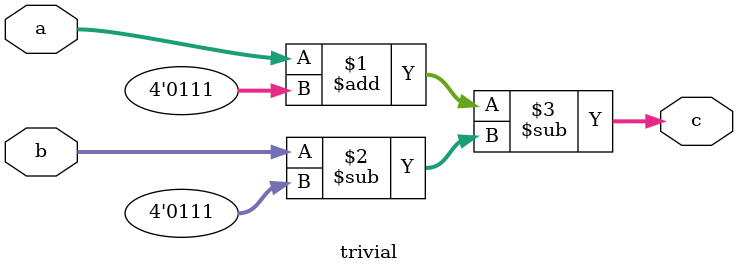
<source format=v>
module trivial(input signed [3:0] a, input signed [3:0] b, output signed [3:0] c);
assign c = (a + 4'sh7) - (b - 4'sh7); // 0b0111
endmodule


</source>
